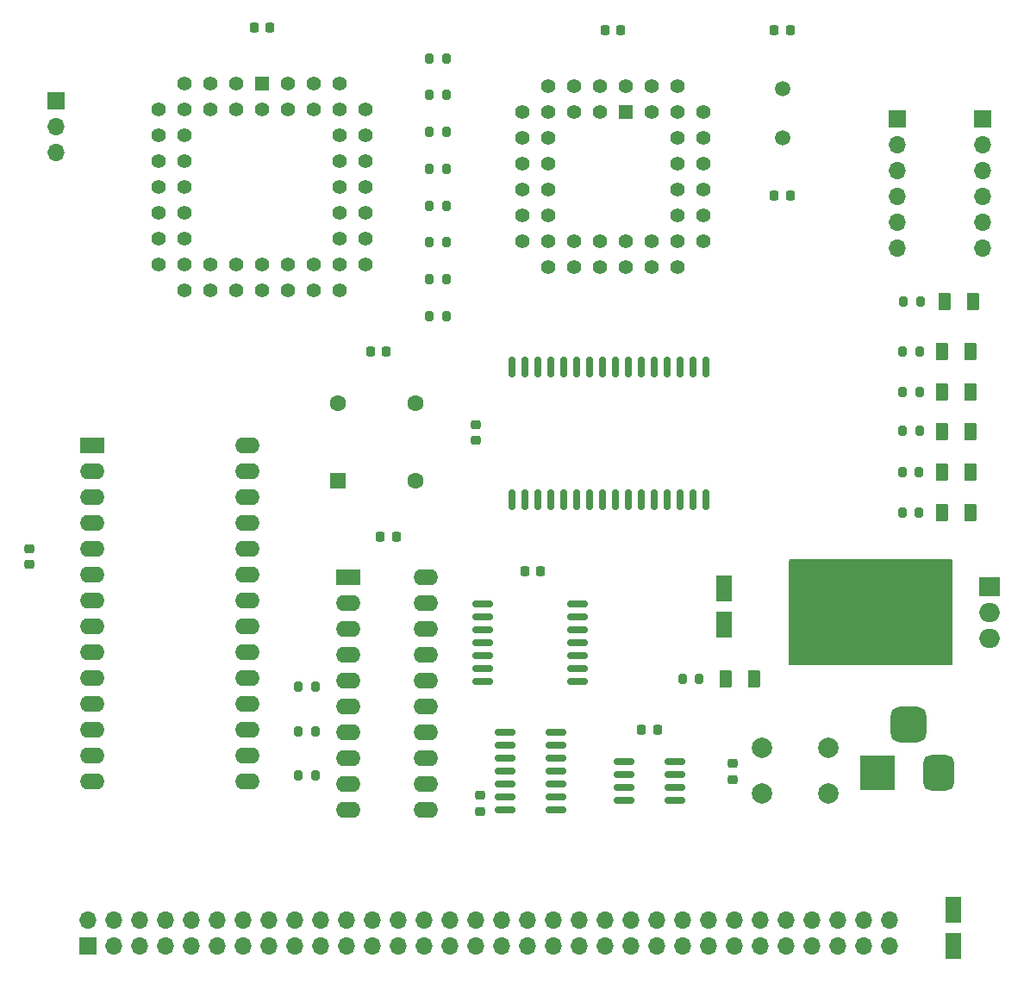
<source format=gbr>
%TF.GenerationSoftware,KiCad,Pcbnew,(6.0.2)*%
%TF.CreationDate,2022-06-21T22:06:57-07:00*%
%TF.ProjectId,Steve 68k,53746576-6520-4363-986b-2e6b69636164,rev?*%
%TF.SameCoordinates,Original*%
%TF.FileFunction,Soldermask,Top*%
%TF.FilePolarity,Negative*%
%FSLAX46Y46*%
G04 Gerber Fmt 4.6, Leading zero omitted, Abs format (unit mm)*
G04 Created by KiCad (PCBNEW (6.0.2)) date 2022-06-21 22:06:57*
%MOMM*%
%LPD*%
G01*
G04 APERTURE LIST*
G04 Aperture macros list*
%AMRoundRect*
0 Rectangle with rounded corners*
0 $1 Rounding radius*
0 $2 $3 $4 $5 $6 $7 $8 $9 X,Y pos of 4 corners*
0 Add a 4 corners polygon primitive as box body*
4,1,4,$2,$3,$4,$5,$6,$7,$8,$9,$2,$3,0*
0 Add four circle primitives for the rounded corners*
1,1,$1+$1,$2,$3*
1,1,$1+$1,$4,$5*
1,1,$1+$1,$6,$7*
1,1,$1+$1,$8,$9*
0 Add four rect primitives between the rounded corners*
20,1,$1+$1,$2,$3,$4,$5,0*
20,1,$1+$1,$4,$5,$6,$7,0*
20,1,$1+$1,$6,$7,$8,$9,0*
20,1,$1+$1,$8,$9,$2,$3,0*%
G04 Aperture macros list end*
%ADD10RoundRect,0.200000X-0.200000X-0.275000X0.200000X-0.275000X0.200000X0.275000X-0.200000X0.275000X0*%
%ADD11RoundRect,0.250000X-0.375000X-0.625000X0.375000X-0.625000X0.375000X0.625000X-0.375000X0.625000X0*%
%ADD12RoundRect,0.200000X0.200000X0.275000X-0.200000X0.275000X-0.200000X-0.275000X0.200000X-0.275000X0*%
%ADD13RoundRect,0.250000X0.375000X0.625000X-0.375000X0.625000X-0.375000X-0.625000X0.375000X-0.625000X0*%
%ADD14RoundRect,0.150000X-0.825000X-0.150000X0.825000X-0.150000X0.825000X0.150000X-0.825000X0.150000X0*%
%ADD15C,1.500000*%
%ADD16O,3.500000X3.500000*%
%ADD17R,2.000000X1.905000*%
%ADD18O,2.000000X1.905000*%
%ADD19RoundRect,0.150000X-0.875000X-0.150000X0.875000X-0.150000X0.875000X0.150000X-0.875000X0.150000X0*%
%ADD20R,1.700000X1.700000*%
%ADD21O,1.700000X1.700000*%
%ADD22RoundRect,0.875000X0.875000X0.875000X-0.875000X0.875000X-0.875000X-0.875000X0.875000X-0.875000X0*%
%ADD23RoundRect,0.750000X0.750000X1.000000X-0.750000X1.000000X-0.750000X-1.000000X0.750000X-1.000000X0*%
%ADD24R,3.500000X3.500000*%
%ADD25RoundRect,0.250000X-0.550000X1.050000X-0.550000X-1.050000X0.550000X-1.050000X0.550000X1.050000X0*%
%ADD26RoundRect,0.225000X-0.225000X-0.250000X0.225000X-0.250000X0.225000X0.250000X-0.225000X0.250000X0*%
%ADD27RoundRect,0.225000X0.250000X-0.225000X0.250000X0.225000X-0.250000X0.225000X-0.250000X-0.225000X0*%
%ADD28R,1.422400X1.422400*%
%ADD29C,1.422400*%
%ADD30R,2.400000X1.600000*%
%ADD31O,2.400000X1.600000*%
%ADD32RoundRect,0.250000X0.550000X-1.050000X0.550000X1.050000X-0.550000X1.050000X-0.550000X-1.050000X0*%
%ADD33R,1.600000X1.600000*%
%ADD34C,1.600000*%
%ADD35RoundRect,0.150000X0.150000X-0.875000X0.150000X0.875000X-0.150000X0.875000X-0.150000X-0.875000X0*%
%ADD36C,2.000000*%
G04 APERTURE END LIST*
D10*
%TO.C,R18*%
X151194000Y-65862200D03*
X152844000Y-65862200D03*
%TD*%
D11*
%TO.C,D7*%
X155216400Y-65862200D03*
X158016400Y-65862200D03*
%TD*%
D12*
%TO.C,R17*%
X131101600Y-102920800D03*
X129451600Y-102920800D03*
%TD*%
D13*
%TO.C,D6*%
X136502600Y-102920800D03*
X133702600Y-102920800D03*
%TD*%
D14*
%TO.C,U8*%
X123737600Y-111023400D03*
X123737600Y-112293400D03*
X123737600Y-113563400D03*
X123737600Y-114833400D03*
X128687600Y-114833400D03*
X128687600Y-113563400D03*
X128687600Y-112293400D03*
X128687600Y-111023400D03*
%TD*%
D15*
%TO.C,Y1*%
X139293600Y-49758600D03*
X139293600Y-44878600D03*
%TD*%
D16*
%TO.C,U6*%
X142938000Y-96393000D03*
D17*
X159598000Y-93853000D03*
D18*
X159598000Y-96393000D03*
X159598000Y-98933000D03*
%TD*%
D19*
%TO.C,U4*%
X109853200Y-95580200D03*
X109853200Y-96850200D03*
X109853200Y-98120200D03*
X109853200Y-99390200D03*
X109853200Y-100660200D03*
X109853200Y-101930200D03*
X109853200Y-103200200D03*
X119153200Y-103200200D03*
X119153200Y-101930200D03*
X119153200Y-100660200D03*
X119153200Y-99390200D03*
X119153200Y-98120200D03*
X119153200Y-96850200D03*
X119153200Y-95580200D03*
%TD*%
D10*
%TO.C,R16*%
X91758000Y-112420400D03*
X93408000Y-112420400D03*
%TD*%
%TO.C,R15*%
X91758000Y-108102400D03*
X93408000Y-108102400D03*
%TD*%
%TO.C,R14*%
X91758000Y-103682800D03*
X93408000Y-103682800D03*
%TD*%
D20*
%TO.C,J6*%
X150596200Y-47904400D03*
D21*
X150596200Y-50444400D03*
X150596200Y-52984400D03*
X150596200Y-55524400D03*
X150596200Y-58064400D03*
X150596200Y-60604400D03*
%TD*%
D20*
%TO.C,J3*%
X158927800Y-47904400D03*
D21*
X158927800Y-50444400D03*
X158927800Y-52984400D03*
X158927800Y-55524400D03*
X158927800Y-58064400D03*
X158927800Y-60604400D03*
%TD*%
D22*
%TO.C,J2*%
X151660600Y-107433300D03*
D23*
X154660600Y-112133300D03*
D24*
X148660600Y-112133300D03*
%TD*%
D25*
%TO.C,C13*%
X133527800Y-94008800D03*
X133527800Y-97608800D03*
%TD*%
D26*
%TO.C,C9*%
X138493200Y-55397400D03*
X140043200Y-55397400D03*
%TD*%
%TO.C,C5*%
X138493200Y-39166800D03*
X140043200Y-39166800D03*
%TD*%
%TO.C,C3*%
X98825000Y-70700000D03*
X100375000Y-70700000D03*
%TD*%
%TO.C,C11*%
X113956800Y-92354400D03*
X115506800Y-92354400D03*
%TD*%
D27*
%TO.C,C6*%
X65300000Y-91650000D03*
X65300000Y-90100000D03*
%TD*%
D10*
%TO.C,R11*%
X104635800Y-60014600D03*
X106285800Y-60014600D03*
%TD*%
D28*
%TO.C,IC1*%
X88163400Y-44424600D03*
D29*
X88163400Y-46964600D03*
X85623400Y-44424600D03*
X85623400Y-46964600D03*
X83083400Y-44424600D03*
X83083400Y-46964600D03*
X80543400Y-44424600D03*
X78003400Y-46964600D03*
X80543400Y-46964600D03*
X78003400Y-49504600D03*
X80543400Y-49504600D03*
X78003400Y-52044600D03*
X80543400Y-52044600D03*
X78003400Y-54584600D03*
X80543400Y-54584600D03*
X78003400Y-57124600D03*
X80543400Y-57124600D03*
X78003400Y-59664600D03*
X80543400Y-59664600D03*
X78003400Y-62204600D03*
X80543400Y-64744600D03*
X80543400Y-62204600D03*
X83083400Y-64744600D03*
X83083400Y-62204600D03*
X85623400Y-64744600D03*
X85623400Y-62204600D03*
X88163400Y-64744600D03*
X88163400Y-62204600D03*
X90703400Y-64744600D03*
X90703400Y-62204600D03*
X93243400Y-64744600D03*
X93243400Y-62204600D03*
X95783400Y-64744600D03*
X98323400Y-62204600D03*
X95783400Y-62204600D03*
X98323400Y-59664600D03*
X95783400Y-59664600D03*
X98323400Y-57124600D03*
X95783400Y-57124600D03*
X98323400Y-54584600D03*
X95783400Y-54584600D03*
X98323400Y-52044600D03*
X95783400Y-52044600D03*
X98323400Y-49504600D03*
X95783400Y-49504600D03*
X98323400Y-46964600D03*
X95783400Y-44424600D03*
X95783400Y-46964600D03*
X93243400Y-44424600D03*
X93243400Y-46964600D03*
X90703400Y-44424600D03*
X90703400Y-46964600D03*
%TD*%
D10*
%TO.C,R1*%
X104635800Y-41914600D03*
X106285800Y-41914600D03*
%TD*%
%TO.C,R10*%
X104635800Y-56394600D03*
X106285800Y-56394600D03*
%TD*%
D26*
%TO.C,C1*%
X99797400Y-88963600D03*
X101347400Y-88963600D03*
%TD*%
D10*
%TO.C,R2*%
X104635800Y-45534600D03*
X106285800Y-45534600D03*
%TD*%
D30*
%TO.C,U2*%
X71475000Y-80010000D03*
D31*
X71475000Y-82550000D03*
X71475000Y-85090000D03*
X71475000Y-87630000D03*
X71475000Y-90170000D03*
X71475000Y-92710000D03*
X71475000Y-95250000D03*
X71475000Y-97790000D03*
X71475000Y-100330000D03*
X71475000Y-102870000D03*
X71475000Y-105410000D03*
X71475000Y-107950000D03*
X71475000Y-110490000D03*
X71475000Y-113030000D03*
X86715000Y-113030000D03*
X86715000Y-110490000D03*
X86715000Y-107950000D03*
X86715000Y-105410000D03*
X86715000Y-102870000D03*
X86715000Y-100330000D03*
X86715000Y-97790000D03*
X86715000Y-95250000D03*
X86715000Y-92710000D03*
X86715000Y-90170000D03*
X86715000Y-87630000D03*
X86715000Y-85090000D03*
X86715000Y-82550000D03*
X86715000Y-80010000D03*
%TD*%
D10*
%TO.C,R7*%
X151079200Y-70776800D03*
X152729200Y-70776800D03*
%TD*%
D13*
%TO.C,D3*%
X157800000Y-74713800D03*
X155000000Y-74713800D03*
%TD*%
D32*
%TO.C,C15*%
X156100000Y-125600000D03*
X156100000Y-129200000D03*
%TD*%
D27*
%TO.C,C10*%
X109575600Y-115913200D03*
X109575600Y-114363200D03*
%TD*%
D20*
%TO.C,J4*%
X67900000Y-46100000D03*
D21*
X67900000Y-48640000D03*
X67900000Y-51180000D03*
%TD*%
D14*
%TO.C,U1*%
X112079000Y-108153200D03*
X112079000Y-109423200D03*
X112079000Y-110693200D03*
X112079000Y-111963200D03*
X112079000Y-113233200D03*
X112079000Y-114503200D03*
X112079000Y-115773200D03*
X117029000Y-115773200D03*
X117029000Y-114503200D03*
X117029000Y-113233200D03*
X117029000Y-111963200D03*
X117029000Y-110693200D03*
X117029000Y-109423200D03*
X117029000Y-108153200D03*
%TD*%
D27*
%TO.C,C7*%
X109194600Y-79464200D03*
X109194600Y-77914200D03*
%TD*%
D10*
%TO.C,R5*%
X151075000Y-82600000D03*
X152725000Y-82600000D03*
%TD*%
D26*
%TO.C,C8*%
X121881600Y-39166800D03*
X123431600Y-39166800D03*
%TD*%
D27*
%TO.C,C12*%
X134391400Y-112789000D03*
X134391400Y-111239000D03*
%TD*%
D13*
%TO.C,D5*%
X157800000Y-86550000D03*
X155000000Y-86550000D03*
%TD*%
D10*
%TO.C,R4*%
X104635800Y-52774600D03*
X106285800Y-52774600D03*
%TD*%
D30*
%TO.C,U3*%
X96672400Y-92938600D03*
D31*
X96672400Y-95478600D03*
X96672400Y-98018600D03*
X96672400Y-100558600D03*
X96672400Y-103098600D03*
X96672400Y-105638600D03*
X96672400Y-108178600D03*
X96672400Y-110718600D03*
X96672400Y-113258600D03*
X96672400Y-115798600D03*
X104292400Y-115798600D03*
X104292400Y-113258600D03*
X104292400Y-110718600D03*
X104292400Y-108178600D03*
X104292400Y-105638600D03*
X104292400Y-103098600D03*
X104292400Y-100558600D03*
X104292400Y-98018600D03*
X104292400Y-95478600D03*
X104292400Y-92938600D03*
%TD*%
D33*
%TO.C,X1*%
X95590000Y-83410000D03*
D34*
X103210000Y-83410000D03*
X103210000Y-75790000D03*
X95590000Y-75790000D03*
%TD*%
D10*
%TO.C,R13*%
X104635800Y-67254600D03*
X106285800Y-67254600D03*
%TD*%
D35*
%TO.C,U7*%
X112750600Y-85340800D03*
X114020600Y-85340800D03*
X115290600Y-85340800D03*
X116560600Y-85340800D03*
X117830600Y-85340800D03*
X119100600Y-85340800D03*
X120370600Y-85340800D03*
X121640600Y-85340800D03*
X122910600Y-85340800D03*
X124180600Y-85340800D03*
X125450600Y-85340800D03*
X126720600Y-85340800D03*
X127990600Y-85340800D03*
X129260600Y-85340800D03*
X130530600Y-85340800D03*
X131800600Y-85340800D03*
X131800600Y-72240800D03*
X130530600Y-72240800D03*
X129260600Y-72240800D03*
X127990600Y-72240800D03*
X126720600Y-72240800D03*
X125450600Y-72240800D03*
X124180600Y-72240800D03*
X122910600Y-72240800D03*
X121640600Y-72240800D03*
X120370600Y-72240800D03*
X119100600Y-72240800D03*
X117830600Y-72240800D03*
X116560600Y-72240800D03*
X115290600Y-72240800D03*
X114020600Y-72240800D03*
X112750600Y-72240800D03*
%TD*%
D10*
%TO.C,R6*%
X151075000Y-86550000D03*
X152725000Y-86550000D03*
%TD*%
%TO.C,R8*%
X151079200Y-74688400D03*
X152729200Y-74688400D03*
%TD*%
D28*
%TO.C,U5*%
X123901200Y-47244000D03*
D29*
X121361200Y-44704000D03*
X121361200Y-47244000D03*
X118821200Y-44704000D03*
X118821200Y-47244000D03*
X116281200Y-44704000D03*
X113741200Y-47244000D03*
X116281200Y-47244000D03*
X113741200Y-49784000D03*
X116281200Y-49784000D03*
X113741200Y-52324000D03*
X116281200Y-52324000D03*
X113741200Y-54864000D03*
X116281200Y-54864000D03*
X113741200Y-57404000D03*
X116281200Y-57404000D03*
X113741200Y-59944000D03*
X116281200Y-62484000D03*
X116281200Y-59944000D03*
X118821200Y-62484000D03*
X118821200Y-59944000D03*
X121361200Y-62484000D03*
X121361200Y-59944000D03*
X123901200Y-62484000D03*
X123901200Y-59944000D03*
X126441200Y-62484000D03*
X126441200Y-59944000D03*
X128981200Y-62484000D03*
X131521200Y-59944000D03*
X128981200Y-59944000D03*
X131521200Y-57404000D03*
X128981200Y-57404000D03*
X131521200Y-54864000D03*
X128981200Y-54864000D03*
X131521200Y-52324000D03*
X128981200Y-52324000D03*
X131521200Y-49784000D03*
X128981200Y-49784000D03*
X131521200Y-47244000D03*
X128981200Y-44704000D03*
X128981200Y-47244000D03*
X126441200Y-44704000D03*
X126441200Y-47244000D03*
X123901200Y-44704000D03*
%TD*%
D26*
%TO.C,C4*%
X125463000Y-107924600D03*
X127013000Y-107924600D03*
%TD*%
D13*
%TO.C,D2*%
X157800000Y-70776800D03*
X155000000Y-70776800D03*
%TD*%
D12*
%TO.C,R9*%
X152729200Y-78549200D03*
X151079200Y-78549200D03*
%TD*%
D26*
%TO.C,C2*%
X87413800Y-38938200D03*
X88963800Y-38938200D03*
%TD*%
D10*
%TO.C,R3*%
X104635800Y-49154600D03*
X106285800Y-49154600D03*
%TD*%
D21*
%TO.C,J1*%
X149809200Y-126644400D03*
X149809200Y-129184400D03*
X147269200Y-126644400D03*
X147269200Y-129184400D03*
X144729200Y-126644400D03*
X144729200Y-129184400D03*
X142189200Y-126644400D03*
X142189200Y-129184400D03*
X139649200Y-126644400D03*
X139649200Y-129184400D03*
X137109200Y-126644400D03*
X137109200Y-129184400D03*
X134569200Y-126644400D03*
X134569200Y-129184400D03*
X132029200Y-126644400D03*
X132029200Y-129184400D03*
X129489200Y-126644400D03*
X129489200Y-129184400D03*
X126949200Y-126644400D03*
X126949200Y-129184400D03*
X124409200Y-126644400D03*
X124409200Y-129184400D03*
X121869200Y-126644400D03*
X121869200Y-129184400D03*
X119329200Y-126644400D03*
X119329200Y-129184400D03*
X116789200Y-126644400D03*
X116789200Y-129184400D03*
X114249200Y-126644400D03*
X114249200Y-129184400D03*
X111709200Y-126644400D03*
X111709200Y-129184400D03*
X109169200Y-126644400D03*
X109169200Y-129184400D03*
X106629200Y-126644400D03*
X106629200Y-129184400D03*
X104089200Y-126644400D03*
X104089200Y-129184400D03*
X101549200Y-126644400D03*
X101549200Y-129184400D03*
X99009200Y-126644400D03*
X99009200Y-129184400D03*
X96469200Y-126644400D03*
X96469200Y-129184400D03*
X93929200Y-126644400D03*
X93929200Y-129184400D03*
X91389200Y-126644400D03*
X91389200Y-129184400D03*
X88849200Y-126644400D03*
X88849200Y-129184400D03*
X86309200Y-126644400D03*
X86309200Y-129184400D03*
X83769200Y-126644400D03*
X83769200Y-129184400D03*
X81229200Y-126644400D03*
X81229200Y-129184400D03*
X78689200Y-126644400D03*
X78689200Y-129184400D03*
X76149200Y-126644400D03*
X76149200Y-129184400D03*
X73609200Y-126644400D03*
X73609200Y-129184400D03*
X71069200Y-126644400D03*
D20*
X71069200Y-129184400D03*
%TD*%
D10*
%TO.C,R12*%
X104635800Y-63634600D03*
X106285800Y-63634600D03*
%TD*%
D36*
%TO.C,SW1*%
X137288200Y-109713200D03*
X143788200Y-109713200D03*
X137288200Y-114213200D03*
X143788200Y-114213200D03*
%TD*%
D13*
%TO.C,D4*%
X157800000Y-78600000D03*
X155000000Y-78600000D03*
%TD*%
%TO.C,D1*%
X157800000Y-82600000D03*
X155000000Y-82600000D03*
%TD*%
G36*
X155923521Y-91180602D02*
G01*
X155970014Y-91234258D01*
X155981400Y-91286600D01*
X155981400Y-101448600D01*
X155961398Y-101516721D01*
X155907742Y-101563214D01*
X155855400Y-101574600D01*
X140054600Y-101574600D01*
X139986479Y-101554598D01*
X139939986Y-101500942D01*
X139928600Y-101448600D01*
X139928600Y-91286600D01*
X139948602Y-91218479D01*
X140002258Y-91171986D01*
X140054600Y-91160600D01*
X155855400Y-91160600D01*
X155923521Y-91180602D01*
G37*
M02*

</source>
